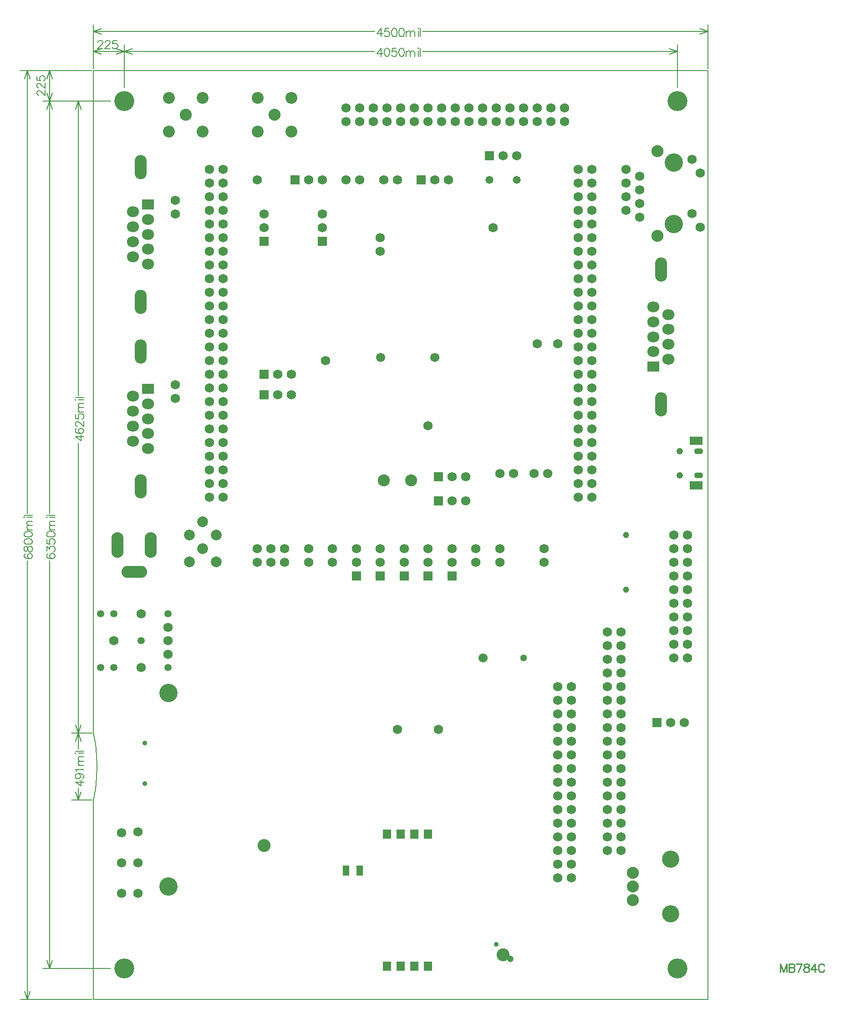
<source format=gbr>
%FSTAX23Y23*%
%MOIN*%
%SFA1B1*%

%IPPOS*%
%ADD73C,0.010000*%
%ADD79C,0.005000*%
%ADD81C,0.006000*%
%ADD213C,0.068000*%
%ADD214C,0.134000*%
%ADD215C,0.067000*%
%ADD216C,0.043000*%
%ADD217R,0.095000X0.063000*%
%ADD218C,0.063000*%
%ADD219C,0.049000*%
%ADD220R,0.068000X0.068000*%
%ADD221R,0.068000X0.068000*%
%ADD222C,0.088000*%
%ADD223C,0.126000*%
%ADD224C,0.134000*%
%ADD225C,0.053000*%
%ADD226C,0.095000*%
%ADD227C,0.058000*%
%ADD228C,0.079000*%
%ADD229C,0.036000*%
%ADD230C,0.047000*%
%ADD231O,0.088000X0.078000*%
%ADD232R,0.088000X0.078000*%
%ADD233O,0.088000X0.188000*%
%ADD234O,0.188000X0.088000*%
%ADD235C,0.046000*%
%ADD236C,0.087000*%
%ADD237C,0.087000*%
%ADD238C,0.146000*%
%ADD239C,0.134000*%
%ADD240C,0.134000*%
%ADD241C,0.051000*%
%ADD242O,0.088000X0.178000*%
%ADD243R,0.059000X0.067000*%
%ADD244R,0.047000X0.077000*%
%LNmb784b-1*%
%LPD*%
G54D73*
X0503Y0026D02*
Y002D01*
Y0026D02*
X05053Y002D01*
X05076Y0026D02*
X05053Y002D01*
X05076Y0026D02*
Y002D01*
X05093Y0026D02*
Y002D01*
Y0026D02*
X05119D01*
X05127Y00257*
X0513Y00254*
X05133Y00249*
Y00243*
X0513Y00237*
X05127Y00234*
X05119Y00231*
X05093D02*
X05119D01*
X05127Y00229*
X0513Y00226*
X05133Y0022*
Y00211*
X0513Y00206*
X05127Y00203*
X05119Y002*
X05093*
X05186Y0026D02*
X05158Y002D01*
X05146Y0026D02*
X05186D01*
X05214D02*
X05205Y00257D01*
X05203Y00251*
Y00246*
X05205Y0024*
X05211Y00237*
X05223Y00234*
X05231Y00231*
X05237Y00226*
X0524Y0022*
Y00211*
X05237Y00206*
X05234Y00203*
X05225Y002*
X05214*
X05205Y00203*
X05203Y00206*
X052Y00211*
Y0022*
X05203Y00226*
X05208Y00231*
X05217Y00234*
X05228Y00237*
X05234Y0024*
X05237Y00246*
Y00251*
X05234Y00257*
X05225Y0026*
X05214*
X05282D02*
X05253Y0022D01*
X05296*
X05282Y0026D02*
Y002D01*
X05349Y00246D02*
X05347Y00251D01*
X05341Y00257*
X05335Y0026*
X05324*
X05318Y00257*
X05312Y00251*
X05309Y00246*
X05307Y00237*
Y00223*
X05309Y00214*
X05312Y00209*
X05318Y00203*
X05324Y002*
X05335*
X05341Y00203*
X05347Y00209*
X05349Y00214*
G54D79*
X0Y01459D02*
D01*
X00014Y0154*
X00022Y01622*
X00025Y01704*
X00023Y01786*
X00014Y01868*
X0Y0195*
X04275Y06674D02*
Y0699D01*
X00225Y06674D02*
Y0699D01*
X02409Y0694D02*
X04275D01*
X00225D02*
X02059D01*
X04215Y0696D02*
X04275Y0694D01*
X04215Y0692D02*
X04275Y0694D01*
X00225D02*
X00285Y0692D01*
X00225Y0694D02*
X00285Y0696D01*
X00225Y06674D02*
Y0699D01*
X0Y06812D02*
Y0699D01*
X00112Y0694D02*
X00225D01*
X0D02*
X00112D01*
X00165Y0696D02*
X00225Y0694D01*
X00165Y0692D02*
X00225Y0694D01*
X0D02*
X0006Y0692D01*
X0Y0694D02*
X0006Y0696D01*
X045Y06812D02*
Y07135D01*
X0Y06812D02*
Y07135D01*
X02409Y07085D02*
X045D01*
X0D02*
X02059D01*
X0444Y07105D02*
X045Y07085D01*
X0444Y07065D02*
X045Y07085D01*
X0D02*
X0006Y07065D01*
X0Y07085D02*
X0006Y07105D01*
X-0016Y0195D02*
X-00013D01*
X-0016Y01459D02*
X-00013D01*
X-0011Y01832D02*
Y0195D01*
Y01459D02*
Y01545D01*
X-0013Y0189D02*
X-0011Y0195D01*
X-0009Y0189*
X-0011Y01459D02*
X-0009Y01519D01*
X-0013D02*
X-0011Y01459D01*
X-0016Y06575D02*
X00126D01*
X-0016Y0195D02*
X-00013D01*
X-0011Y0442D02*
Y06575D01*
Y0195D02*
Y04073D01*
X-0013Y06515D02*
X-0011Y06575D01*
X-0009Y06515*
X-0011Y0195D02*
X-0009Y0201D01*
X-0013D02*
X-0011Y0195D01*
X-0037Y00225D02*
X00126D01*
X-0037Y06575D02*
X00126D01*
X-0032Y00225D02*
Y03211D01*
Y03557D02*
Y06575D01*
Y00225D02*
X-003Y00285D01*
X-0034D02*
X-0032Y00225D01*
X-0034Y06515D02*
X-0032Y06575D01*
X-003Y06515*
X-0037Y068D02*
X-00013D01*
X-0037Y06575D02*
X00126D01*
X-0032Y06688D02*
Y068D01*
Y06575D02*
Y06688D01*
X-0034Y0674D02*
X-0032Y068D01*
X-003Y0674*
X-0032Y06575D02*
X-003Y06635D01*
X-0034D02*
X-0032Y06575D01*
X-00535Y068D02*
X-00013D01*
X-00535Y0D02*
X-00013D01*
X-00485Y03557D02*
Y068D01*
Y0D02*
Y03211D01*
X-00505Y0674D02*
X-00485Y068D01*
X-00465Y0674*
X-00485Y0D02*
X-00465Y0006D01*
X-00505D02*
X-00485Y0D01*
X0Y0195D02*
Y068D01*
X045Y0D02*
Y068D01*
X0Y0D02*
X045D01*
X0Y068D02*
X045D01*
X0Y0D02*
Y01459D01*
G54D81*
X02104Y06963D02*
X02075Y06923D01*
X02118*
X02104Y06963D02*
Y06903D01*
X02146Y06963D02*
X02137Y0696D01*
X02132Y06951*
X02129Y06937*
Y06928*
X02132Y06914*
X02137Y06905*
X02146Y06903*
X02152*
X0216Y06905*
X02166Y06914*
X02169Y06928*
Y06937*
X02166Y06951*
X0216Y0696*
X02152Y06963*
X02146*
X02216D02*
X02188D01*
X02185Y06937*
X02188Y0694*
X02196Y06943*
X02205*
X02214Y0694*
X02219Y06934*
X02222Y06925*
Y0692*
X02219Y06911*
X02214Y06905*
X02205Y06903*
X02196*
X02188Y06905*
X02185Y06908*
X02182Y06914*
X02253Y06963D02*
X02244Y0696D01*
X02238Y06951*
X02236Y06937*
Y06928*
X02238Y06914*
X02244Y06905*
X02253Y06903*
X02258*
X02267Y06905*
X02273Y06914*
X02276Y06928*
Y06937*
X02273Y06951*
X02267Y0696*
X02258Y06963*
X02253*
X02289Y06943D02*
Y06903D01*
Y06931D02*
X02298Y0694D01*
X02303Y06943*
X02312*
X02318Y0694*
X0232Y06931*
Y06903*
Y06931D02*
X02329Y0694D01*
X02335Y06943*
X02343*
X02349Y0694*
X02352Y06931*
Y06903*
X02376Y06963D02*
X02379Y0696D01*
X02382Y06963*
X02379Y06965*
X02376Y06963*
X02379Y06943D02*
Y06903D01*
X02393Y06963D02*
Y06903D01*
X00033Y07006D02*
Y07009D01*
X00036Y07014*
X00039Y07017*
X00044Y0702*
X00056*
X00061Y07017*
X00064Y07014*
X00067Y07009*
Y07003*
X00064Y06997*
X00059Y06989*
X0003Y0696*
X0007*
X00086Y07006D02*
Y07009D01*
X00089Y07014*
X00092Y07017*
X00098Y0702*
X00109*
X00115Y07017*
X00118Y07014*
X00121Y07009*
Y07003*
X00118Y06997*
X00112Y06989*
X00083Y0696*
X00123*
X00171Y0702D02*
X00143D01*
X0014Y06994*
X00143Y06997*
X00151Y07*
X0016*
X00168Y06997*
X00174Y06991*
X00177Y06983*
Y06977*
X00174Y06969*
X00168Y06963*
X0016Y0696*
X00151*
X00143Y06963*
X0014Y06966*
X00137Y06971*
X02104Y07108D02*
X02075Y07068D01*
X02118*
X02104Y07108D02*
Y07048D01*
X02163Y07108D02*
X02134D01*
X02132Y07082*
X02134Y07085*
X02143Y07088*
X02152*
X0216Y07085*
X02166Y07079*
X02169Y0707*
Y07065*
X02166Y07056*
X0216Y0705*
X02152Y07048*
X02143*
X02134Y0705*
X02132Y07053*
X02129Y07059*
X02199Y07108D02*
X02191Y07105D01*
X02185Y07096*
X02182Y07082*
Y07073*
X02185Y07059*
X02191Y0705*
X02199Y07048*
X02205*
X02214Y0705*
X02219Y07059*
X02222Y07073*
Y07082*
X02219Y07096*
X02214Y07105*
X02205Y07108*
X02199*
X02253D02*
X02244Y07105D01*
X02238Y07096*
X02236Y07082*
Y07073*
X02238Y07059*
X02244Y0705*
X02253Y07048*
X02258*
X02267Y0705*
X02273Y07059*
X02276Y07073*
Y07082*
X02273Y07096*
X02267Y07105*
X02258Y07108*
X02253*
X02289Y07088D02*
Y07048D01*
Y07076D02*
X02298Y07085D01*
X02303Y07088*
X02312*
X02318Y07085*
X0232Y07076*
Y07048*
Y07076D02*
X02329Y07085D01*
X02335Y07088*
X02343*
X02349Y07085*
X02352Y07076*
Y07048*
X02376Y07108D02*
X02379Y07105D01*
X02382Y07108*
X02379Y0711*
X02376Y07108*
X02379Y07088D02*
Y07048D01*
X02393Y07108D02*
Y07048D01*
X-00133Y0159D02*
X-00093Y01561D01*
Y01604*
X-00133Y0159D02*
X-00073D01*
X-00113Y01652D02*
X-00104Y01649D01*
X-00098Y01643*
X-00095Y01635*
Y01632*
X-00098Y01623*
X-00104Y01617*
X-00113Y01615*
X-00115*
X-00124Y01617*
X-0013Y01623*
X-00133Y01632*
Y01635*
X-0013Y01643*
X-00124Y01649*
X-00113Y01652*
X-00098*
X-00084Y01649*
X-00075Y01643*
X-00073Y01635*
Y01629*
X-00075Y0162*
X-00081Y01617*
X-00121Y01668D02*
X-00124Y01674D01*
X-00133Y01682*
X-00073*
X-00113Y01712D02*
X-00073D01*
X-00101D02*
X-0011Y01721D01*
X-00113Y01726*
Y01735*
X-0011Y01741*
X-00101Y01743*
X-00073*
X-00101D02*
X-0011Y01752D01*
X-00113Y01758*
Y01766*
X-0011Y01772*
X-00101Y01775*
X-00073*
X-00133Y01799D02*
X-0013Y01802D01*
X-00133Y01805*
X-00135Y01802*
X-00133Y01799*
X-00113Y01802D02*
X-00073D01*
X-00133Y01816D02*
X-00073D01*
X-00133Y04118D02*
X-00093Y04089D01*
Y04132*
X-00133Y04118D02*
X-00073D01*
X-00124Y04177D02*
X-0013Y04174D01*
X-00133Y04166*
Y0416*
X-0013Y04151*
X-00121Y04146*
X-00107Y04143*
X-00093*
X-00081Y04146*
X-00075Y04151*
X-00073Y0416*
Y04163*
X-00075Y04171*
X-00081Y04177*
X-0009Y0418*
X-00093*
X-00101Y04177*
X-00107Y04171*
X-0011Y04163*
Y0416*
X-00107Y04151*
X-00101Y04146*
X-00093Y04143*
X-00118Y04196D02*
X-00121D01*
X-00127Y04199*
X-0013Y04202*
X-00133Y04207*
Y04219*
X-0013Y04225*
X-00127Y04227*
X-00121Y0423*
X-00115*
X-0011Y04227*
X-00101Y04222*
X-00073Y04193*
Y04233*
X-00133Y04281D02*
Y04252D01*
X-00107Y04249*
X-0011Y04252*
X-00113Y04261*
Y04269*
X-0011Y04278*
X-00104Y04284*
X-00095Y04286*
X-0009*
X-00081Y04284*
X-00075Y04278*
X-00073Y04269*
Y04261*
X-00075Y04252*
X-00078Y04249*
X-00084Y04247*
X-00113Y043D02*
X-00073D01*
X-00101D02*
X-0011Y04308D01*
X-00113Y04314*
Y04323*
X-0011Y04328*
X-00101Y04331*
X-00073*
X-00101D02*
X-0011Y0434D01*
X-00113Y04346*
Y04354*
X-0011Y0436*
X-00101Y04363*
X-00073*
X-00133Y04387D02*
X-0013Y0439D01*
X-00133Y04393*
X-00135Y0439*
X-00133Y04387*
X-00113Y0439D02*
X-00073D01*
X-00133Y04404D02*
X-00073D01*
X-00334Y03261D02*
X-0034Y03258D01*
X-00343Y0325*
Y03244*
X-0034Y03235*
X-00331Y0323*
X-00317Y03227*
X-00303*
X-00291Y0323*
X-00285Y03235*
X-00283Y03244*
Y03247*
X-00285Y03255*
X-00291Y03261*
X-003Y03264*
X-00303*
X-00311Y03261*
X-00317Y03255*
X-0032Y03247*
Y03244*
X-00317Y03235*
X-00311Y0323*
X-00303Y03227*
X-00343Y03283D02*
Y03314D01*
X-0032Y03297*
Y03306*
X-00317Y03311*
X-00314Y03314*
X-00305Y03317*
X-003*
X-00291Y03314*
X-00285Y03309*
X-00283Y033*
Y03291*
X-00285Y03283*
X-00288Y0328*
X-00294Y03277*
X-00343Y03365D02*
Y03336D01*
X-00317Y03333*
X-0032Y03336*
X-00323Y03345*
Y03353*
X-0032Y03362*
X-00314Y03368*
X-00305Y03371*
X-003*
X-00291Y03368*
X-00285Y03362*
X-00283Y03353*
Y03345*
X-00285Y03336*
X-00288Y03333*
X-00294Y03331*
X-00343Y03401D02*
X-0034Y03393D01*
X-00331Y03387*
X-00317Y03384*
X-00308*
X-00294Y03387*
X-00285Y03393*
X-00283Y03401*
Y03407*
X-00285Y03415*
X-00294Y03421*
X-00308Y03424*
X-00317*
X-00331Y03421*
X-0034Y03415*
X-00343Y03407*
Y03401*
X-00323Y03437D02*
X-00283D01*
X-00311D02*
X-0032Y03446D01*
X-00323Y03452*
Y0346*
X-0032Y03466*
X-00311Y03469*
X-00283*
X-00311D02*
X-0032Y03477D01*
X-00323Y03483*
Y03492*
X-0032Y03497*
X-00311Y035*
X-00283*
X-00343Y03525D02*
X-0034Y03528D01*
X-00343Y03531*
X-00345Y03528*
X-00343Y03525*
X-00323Y03528D02*
X-00283D01*
X-00343Y03541D02*
X-00283D01*
X-00401Y06618D02*
X-00404D01*
X-00409Y06621*
X-00412Y06624*
X-00415Y06629*
Y06641*
X-00412Y06646*
X-00409Y06649*
X-00404Y06652*
X-00398*
X-00392Y06649*
X-00384Y06644*
X-00355Y06615*
Y06655*
X-00401Y06671D02*
X-00404D01*
X-00409Y06674*
X-00412Y06677*
X-00415Y06683*
Y06694*
X-00412Y067*
X-00409Y06703*
X-00404Y06706*
X-00398*
X-00392Y06703*
X-00384Y06697*
X-00355Y06668*
Y06708*
X-00415Y06756D02*
Y06728D01*
X-00389Y06725*
X-00392Y06728*
X-00395Y06736*
Y06745*
X-00392Y06753*
X-00386Y06759*
X-00378Y06762*
X-00372*
X-00364Y06759*
X-00358Y06753*
X-00355Y06745*
Y06736*
X-00358Y06728*
X-00361Y06725*
X-00366Y06722*
X-00499Y03261D02*
X-00505Y03258D01*
X-00508Y0325*
Y03244*
X-00505Y03235*
X-00496Y0323*
X-00482Y03227*
X-00468*
X-00456Y0323*
X-0045Y03235*
X-00448Y03244*
Y03247*
X-0045Y03255*
X-00456Y03261*
X-00465Y03264*
X-00468*
X-00476Y03261*
X-00482Y03255*
X-00485Y03247*
Y03244*
X-00482Y03235*
X-00476Y0323*
X-00468Y03227*
X-00508Y03291D02*
X-00505Y03283D01*
X-00499Y0328*
X-00493*
X-00488Y03283*
X-00485Y03289*
X-00482Y033*
X-00479Y03309*
X-00473Y03314*
X-00468Y03317*
X-00459*
X-00453Y03314*
X-0045Y03311*
X-00448Y03303*
Y03291*
X-0045Y03283*
X-00453Y0328*
X-00459Y03277*
X-00468*
X-00473Y0328*
X-00479Y03286*
X-00482Y03294*
X-00485Y03306*
X-00488Y03311*
X-00493Y03314*
X-00499*
X-00505Y03311*
X-00508Y03303*
Y03291*
Y03348D02*
X-00505Y03339D01*
X-00496Y03333*
X-00482Y03331*
X-00473*
X-00459Y03333*
X-0045Y03339*
X-00448Y03348*
Y03353*
X-0045Y03362*
X-00459Y03368*
X-00473Y03371*
X-00482*
X-00496Y03368*
X-00505Y03362*
X-00508Y03353*
Y03348*
Y03401D02*
X-00505Y03393D01*
X-00496Y03387*
X-00482Y03384*
X-00473*
X-00459Y03387*
X-0045Y03393*
X-00448Y03401*
Y03407*
X-0045Y03415*
X-00459Y03421*
X-00473Y03424*
X-00482*
X-00496Y03421*
X-00505Y03415*
X-00508Y03407*
Y03401*
X-00488Y03437D02*
X-00448D01*
X-00476D02*
X-00485Y03446D01*
X-00488Y03452*
Y0346*
X-00485Y03466*
X-00476Y03469*
X-00448*
X-00476D02*
X-00485Y03477D01*
X-00488Y03483*
Y03492*
X-00485Y03497*
X-00476Y035*
X-00448*
X-00508Y03525D02*
X-00505Y03528D01*
X-00508Y03531*
X-0051Y03528*
X-00508Y03525*
X-00488Y03528D02*
X-00448D01*
X-00508Y03541D02*
X-00448D01*
G54D213*
X03862Y02689D03*
X03762Y02589D03*
X03862D03*
X03762Y02489D03*
X03862D03*
X03762Y02389D03*
X03862D03*
X03762Y02289D03*
X03862D03*
X03762Y02189D03*
X03862D03*
X03762Y02089D03*
X03862D03*
X03762Y01989D03*
X03862D03*
X03762Y01889D03*
X03862D03*
X03762Y01789D03*
X03862D03*
X03762Y01689D03*
X03862D03*
X03762Y01589D03*
X03862D03*
X03762Y01489D03*
X03862D03*
X03762Y01389D03*
X03862D03*
X03762Y01289D03*
X03862D03*
X03762Y01189D03*
X03862D03*
X03762Y01089D03*
X03862D03*
X03762Y02689D03*
X034Y048D03*
X0325D03*
X02975Y0385D03*
X01575Y032D03*
X03075Y0385D03*
X01575Y033D03*
X0175Y032D03*
Y033D03*
X02275Y032D03*
Y033D03*
X02725Y03825D03*
X02525Y01975D03*
X02225Y06D03*
X0355Y05975D03*
X0245Y06525D03*
X0095Y04975D03*
X0185Y06525D03*
X0205D03*
X0095Y04275D03*
Y05975D03*
X01575Y06D03*
X01675D03*
X02625Y03825D03*
X039Y05775D03*
X04Y05825D03*
X039Y05975D03*
X04Y06025D03*
X039Y06075D03*
X04443Y05651D03*
X04383Y05751D03*
X04443Y06049D03*
X04383Y06149D03*
X04Y05925D03*
X039Y05875D03*
X04Y05725D03*
X0365Y03975D03*
X0355D03*
Y03875D03*
X0365D03*
X0355Y03775D03*
X0365D03*
Y04275D03*
Y04175D03*
Y04075D03*
X0355Y04275D03*
X0365Y04475D03*
X0355D03*
Y04375D03*
X0365D03*
X0355Y04075D03*
X0365Y04575D03*
X0085Y06075D03*
Y05175D03*
Y04175D03*
X0095Y05675D03*
Y04675D03*
Y03675D03*
X0355Y06075D03*
Y04175D03*
X0365Y05675D03*
Y04675D03*
Y03675D03*
X0355Y05475D03*
X0365Y05275D03*
X0355Y05875D03*
X0365D03*
X0355Y05275D03*
X0365Y05575D03*
Y05775D03*
X0355D03*
Y04575D03*
Y04675D03*
X0365Y04775D03*
X0355D03*
X0365Y05175D03*
X0355Y05075D03*
X0365Y05975D03*
Y05475D03*
Y05375D03*
X0355D03*
X0365Y06075D03*
X0355Y04875D03*
X017Y04675D03*
X021Y033D03*
X026Y06D03*
X0095Y06075D03*
X0085Y04075D03*
X0095Y03975D03*
Y04075D03*
X0085Y03975D03*
X0095Y04175D03*
X0085Y04275D03*
Y04375D03*
X0095D03*
X0085Y04475D03*
X0095D03*
X00544Y02723D03*
Y02527D03*
Y02625D03*
X00347Y02822D03*
Y02428D03*
X0015Y02625D03*
X0085Y03675D03*
X0095Y03775D03*
Y03875D03*
X0085D03*
X0095Y04575D03*
X0085D03*
X0095Y05275D03*
X0085D03*
Y05375D03*
Y05475D03*
X0095Y05575D03*
X0085D03*
Y05675D03*
X0095Y05775D03*
X0085D03*
Y05875D03*
Y05975D03*
X0345Y06525D03*
X0185Y06425D03*
X0195D03*
Y06525D03*
X0205Y06425D03*
X0215D03*
Y06525D03*
X0225Y06425D03*
Y06525D03*
X0235Y06425D03*
Y06525D03*
X0245Y06425D03*
X0255D03*
Y06525D03*
X0265Y06425D03*
Y06525D03*
X0275Y06425D03*
Y06525D03*
X0285Y06425D03*
Y06525D03*
X0295Y06425D03*
Y06525D03*
X0305Y06425D03*
Y06525D03*
X0315Y06425D03*
Y06525D03*
X0325Y06425D03*
Y06525D03*
X0335Y06425D03*
Y06525D03*
X0345Y06425D03*
X0435Y034D03*
X0425Y033D03*
X0435D03*
X0425Y032D03*
X0435D03*
X0425Y031D03*
X0435D03*
X0425Y03D03*
X0435D03*
X0425Y029D03*
X0435D03*
X0425Y028D03*
X0435D03*
X0425Y027D03*
X0435D03*
X0425Y026D03*
X0435D03*
X0425Y025D03*
X0435D03*
X0425Y034D03*
X00205Y0122D03*
X02925Y0565D03*
X02975Y032D03*
Y033D03*
X02625Y0365D03*
X03Y06175D03*
X031D03*
X021Y05575D03*
Y05475D03*
X00325Y00775D03*
X006Y0575D03*
Y0585D03*
Y044D03*
Y045D03*
X02125Y06D03*
X033Y033D03*
Y032D03*
X0125Y0575D03*
Y0565D03*
X01675Y0575D03*
Y0565D03*
X04325Y02025D03*
X00205Y00775D03*
Y01D03*
X00325Y01225D03*
Y01D03*
X0365Y04875D03*
Y04975D03*
X0355D03*
X0365Y05075D03*
X0355Y05175D03*
Y05575D03*
Y05675D03*
X028Y033D03*
X0185Y06D03*
X0195D03*
X01925Y032D03*
Y033D03*
X025Y06D03*
X0245Y042D03*
X04225Y02025D03*
X02725Y0365D03*
X028Y032D03*
X0135Y04425D03*
X0145D03*
X012Y032D03*
X013D03*
Y033D03*
X012D03*
X014Y032D03*
Y033D03*
X021Y032D03*
X0245D03*
Y033D03*
X02625Y032D03*
Y033D03*
X0095Y05875D03*
Y05475D03*
Y05375D03*
Y05175D03*
X0085Y05075D03*
X0095D03*
X0085Y04975D03*
Y04875D03*
X0095D03*
X0085Y04775D03*
X0095D03*
X0085Y04675D03*
X0145Y04575D03*
X0135D03*
X0355Y03675D03*
X0085Y03775D03*
X02225Y01975D03*
X03399Y01188D03*
Y00888D03*
X03499D03*
X03399Y01088D03*
X03499Y01188D03*
Y00988D03*
X03399D03*
X03499Y01088D03*
X03399Y02288D03*
X03499Y02188D03*
Y01288D03*
Y01388D03*
Y01488D03*
Y01588D03*
Y01688D03*
Y01788D03*
Y01888D03*
Y01988D03*
Y02088D03*
X03399Y01288D03*
Y01388D03*
Y01488D03*
Y01588D03*
Y01688D03*
Y01788D03*
Y01888D03*
Y02088D03*
X03499Y02288D03*
X03399Y01988D03*
Y02188D03*
X03325Y0385D03*
X03225D03*
X012Y06D03*
G54D214*
X0055Y02243D03*
Y00825D03*
G54D215*
X02497Y047D03*
X02103D03*
X02852Y02499D03*
G54D216*
X0443Y04013D03*
Y03837D03*
X04419Y04013D03*
Y03837D03*
X04441Y04013D03*
Y03837D03*
G54D217*
X04411Y04089D03*
Y03761D03*
G54D218*
X04411Y04089D03*
Y03761D03*
X04425Y04089D03*
Y03761D03*
X04396Y04089D03*
Y03761D03*
G54D219*
X04292Y04013D03*
Y03837D03*
G54D220*
X02275Y031D03*
X0125Y0555D03*
X01675D03*
X01925Y031D03*
X021D03*
X0245D03*
X02625D03*
G54D221*
X01475Y06D03*
X02525Y03825D03*
X029Y06175D03*
X04125Y02025D03*
X024Y06D03*
X0125Y04425D03*
X02525Y0365D03*
X0125Y04575D03*
G54D222*
X0395Y00925D03*
Y00725D03*
Y00825D03*
X0413Y0559D03*
Y0621D03*
X02325Y038D03*
X02125D03*
X01325Y06475D03*
X00675D03*
G54D223*
X04225Y00625D03*
Y01025D03*
G54D224*
X0425Y05675D03*
Y06125D03*
G54D225*
X00544Y02822D03*
Y02428D03*
X0015Y02822D03*
X00052D03*
X0015Y02428D03*
X00052D03*
X00347Y02625D03*
X00175Y03345D03*
Y03305D03*
Y03365D03*
Y03285D03*
X00419Y03345D03*
Y03305D03*
X00317Y03128D03*
X00277D03*
X00419Y03365D03*
Y03285D03*
X00337Y03128D03*
X00257D03*
G54D226*
X03Y00325D03*
X0125Y01125D03*
G54D227*
X031Y06D03*
X029D03*
X00345Y05122D03*
Y05137D03*
Y05062D03*
Y05092D03*
Y05107D03*
Y05152D03*
Y05077D03*
Y06108D03*
Y06123D03*
Y06048D03*
Y06078D03*
Y06093D03*
Y06138D03*
Y06063D03*
Y03772D03*
Y03787D03*
Y03712D03*
Y03742D03*
Y03757D03*
Y03802D03*
Y03727D03*
Y04758D03*
Y04773D03*
Y04698D03*
Y04728D03*
Y04743D03*
Y04788D03*
Y04713D03*
X04155Y04387D03*
Y04312D03*
Y04357D03*
Y04372D03*
Y04402D03*
Y04327D03*
Y04342D03*
Y05373D03*
Y05298D03*
Y05343D03*
Y05358D03*
Y05388D03*
Y05313D03*
Y05328D03*
G54D228*
X008Y033D03*
X00702Y03202D03*
Y03398D03*
X00898D03*
Y03202D03*
X008Y03497D03*
G54D229*
X02947Y00403D03*
X00375Y01875D03*
Y01578D03*
G54D230*
X03053Y00297D03*
G54D231*
X004Y04141D03*
X0029Y04087D03*
Y04414D03*
X004Y04032D03*
Y04359D03*
Y0425D03*
X0029Y04305D03*
Y04196D03*
Y05546D03*
Y05655D03*
X004Y056D03*
Y05709D03*
Y05382D03*
X0029Y05764D03*
Y05437D03*
X004Y05491D03*
X0421Y04904D03*
Y04795D03*
X041Y0485D03*
Y04741D03*
Y05068D03*
X0421Y04686D03*
Y05013D03*
X041Y04959D03*
G54D232*
X004Y04468D03*
Y05818D03*
X041Y04632D03*
G54D233*
X00419Y03325D03*
X00175D03*
G54D234*
X00297Y03128D03*
G54D235*
X039Y034D03*
Y03D03*
G54D236*
X01448Y06598D03*
Y06352D03*
X01202D03*
X00798Y06598D03*
Y06352D03*
X00552D03*
G54D237*
X01202Y06598D03*
X00552D03*
G54D238*
X00225Y06575D03*
X04275D03*
Y00225D03*
X00225D03*
G54D239*
X0055Y00825D03*
G54D240*
X0055Y02243D03*
G54D241*
X03148Y025D03*
G54D242*
X00345Y05107D03*
Y06093D03*
Y03757D03*
Y04743D03*
X04155Y04357D03*
Y05343D03*
G54D243*
X0215Y01209D03*
Y00241D03*
X0245Y01209D03*
X0235Y00241D03*
X0245D03*
X0225Y01209D03*
Y00241D03*
X0235Y01209D03*
G54D244*
X0195Y00942D03*
X0185D03*
M02*
</source>
